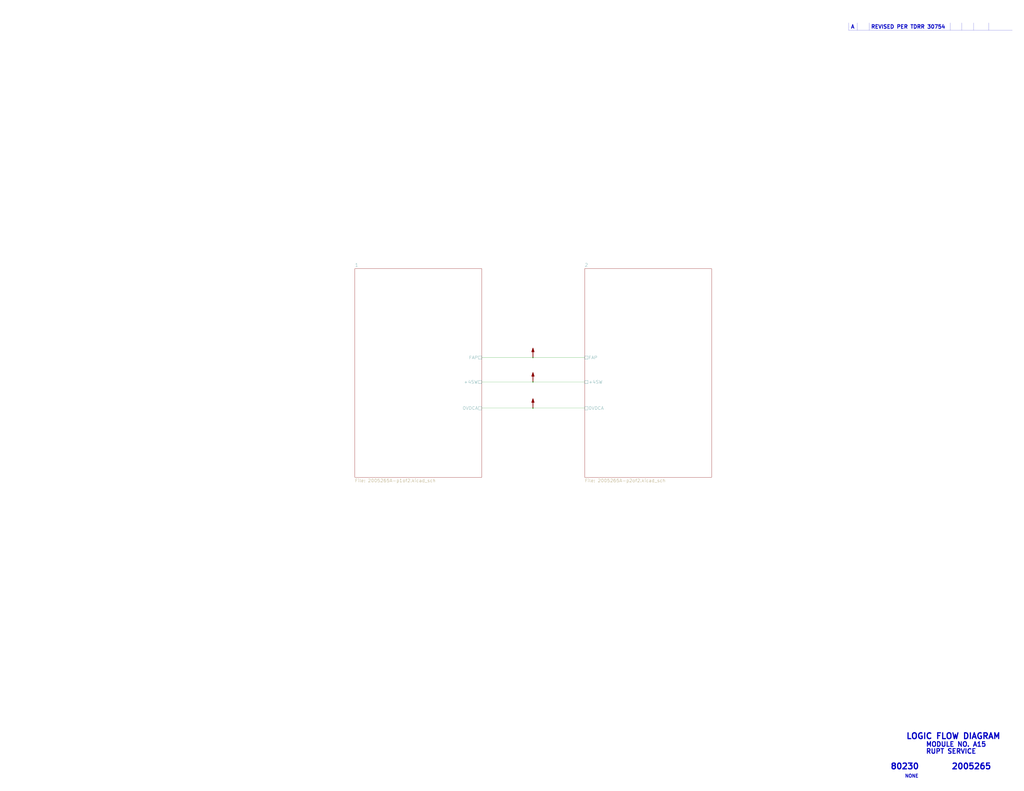
<source format=kicad_sch>
(kicad_sch (version 20211123) (generator eeschema)
  (paper "E")
  (lib_symbols
    (symbol "AGC_DSKY:PWR_FLAG" (power) (pin_numbers hide) (pin_names (offset 0) hide)
      (symbol "PWR_FLAG_0_0"
        (pin power_out line (at 0 0 90) (length 0) (name "pwr") (number "1"))
      )
      (symbol "PWR_FLAG_0_1"
        (polyline (pts (xy 0 0) (xy 0 10.16)) (stroke (width 0.762)))
        (polyline (pts (xy 0 10.16) (xy -1.27 6.35) (xy 1.27 6.35) (xy 0 10.16)) (stroke (width 0.762)) (fill (type outline)))
      )
    )
  )
  (junction (at 581.66 390.525))
  (junction (at 581.66 445.77))
  (junction (at 581.66 417.195))
  (wire (pts (xy 525.78 390.525) (xy 581.66 390.525)))
  (polyline (pts (xy 926.1094 24.9682) (xy 926.1094 33.02)) (stroke (width 0.1524) (type solid)))
  (wire (pts (xy 581.66 445.77) (xy 638.175 445.77)))
  (polyline (pts (xy 1078.992 24.9682) (xy 1078.992 33.02)) (stroke (width 0.1524) (type solid)))
  (polyline (pts (xy 948.69 24.9428) (xy 948.69 32.9946)) (stroke (width 0.1524) (type solid)))
  (polyline (pts (xy 926.1094 33.02) (xy 1104.9 33.02)) (stroke (width 0.1524) (type solid)))
  (polyline (pts (xy 1062.5074 24.9682) (xy 1062.5074 33.02)) (stroke (width 0.1524) (type solid)))
  (polyline (pts (xy 1049.8074 24.9682) (xy 1049.8074 33.02)) (stroke (width 0.1524) (type solid)))
  (polyline (pts (xy 1037.1074 24.9682) (xy 1037.1074 33.02)) (stroke (width 0.1524) (type solid)))
  (wire (pts (xy 581.66 417.195) (xy 638.175 417.195)))
  (wire (pts (xy 525.78 445.77) (xy 581.66 445.77)))
  (wire (pts (xy 525.78 417.195) (xy 581.66 417.195)))
  (wire (pts (xy 581.66 390.525) (xy 638.175 390.525)))
  (polyline (pts (xy 935.7106 24.9682) (xy 935.7106 33.02)) (stroke (width 0.1524) (type solid)))
  (text "A      REVISED PER TDRR 30754" (at 928.37 31.75 0) (effects (font (size 4.064 4.064) (thickness 0.8128) bold) (justify left bottom)))
  (text "2005265" (at 1038.225 840.74 0) (effects (font (size 6.35 6.35) (thickness 1.27) bold) (justify left bottom)))
  (text "LOGIC FLOW DIAGRAM" (at 988.695 807.72 0) (effects (font (size 6.35 6.35) (thickness 1.27) bold) (justify left bottom)))
  (text "80230" (at 971.55 840.74 0) (effects (font (size 6.35 6.35) (thickness 1.27) bold) (justify left bottom)))
  (text "NONE" (at 987.425 849.63 0) (effects (font (size 3.556 3.556) (thickness 0.7112) bold) (justify left bottom)))
  (text "MODULE NO. A15" (at 1010.285 815.975 0) (effects (font (size 5.08 5.08) (thickness 1.016) bold) (justify left bottom)))
  (text "RUPT SERVICE" (at 1010.285 823.595 0) (effects (font (size 5.08 5.08) (thickness 1.016) bold) (justify left bottom)))
  (symbol (lib_id "AGC_DSKY:PWR_FLAG") (at 581.66 445.77 0) (unit 1)
    (property "Reference" "#FLG0103" (effects hide))
    (property "Value" "PWR_FLAG" (effects hide))
  )
  (symbol (lib_id "AGC_DSKY:PWR_FLAG") (at 581.66 417.195 0) (unit 1)
    (property "Reference" "#FLG0102" (effects hide))
    (property "Value" "PWR_FLAG" (effects hide))
  )
  (symbol (lib_id "AGC_DSKY:PWR_FLAG") (at 581.66 390.525 0) (unit 1)
    (property "Reference" "#FLG0101" (effects hide))
    (property "Value" "PWR_FLAG" (effects hide))
  )
  (sheet (at 387.35 293.37) (size 138.43 227.965)
    (property "Sheet name" "1" (at 387.35 291.5154 0) (effects (font (size 3.556 3.556)) (justify left bottom)))
    (property "Sheet file" "2005265A-p1of2.kicad_sch" (at 387.35 522.834 0) (effects (font (size 3.556 3.556)) (justify left top)))
    (pin "0VDCA" passive (at 525.78 445.77 0) (effects (font (size 3.556 3.556))))
    (pin "+4SW" passive (at 525.78 417.195 0) (effects (font (size 3.556 3.556))))
    (pin "FAP" passive (at 525.78 390.525 0) (effects (font (size 3.556 3.556))))
  )
  (sheet (at 638.175 293.37) (size 138.43 227.965)
    (property "Sheet name" "2" (at 638.175 291.5154 0) (effects (font (size 3.556 3.556)) (justify left bottom)))
    (property "Sheet file" "2005265A-p2of2.kicad_sch" (at 638.175 522.834 0) (effects (font (size 3.556 3.556)) (justify left top)))
    (pin "0VDCA" passive (at 638.175 445.77 180) (effects (font (size 3.556 3.556))))
    (pin "+4SW" passive (at 638.175 417.195 180) (effects (font (size 3.556 3.556))))
    (pin "FAP" passive (at 638.175 390.525 180) (effects (font (size 3.556 3.556))))
  )
)
</source>
